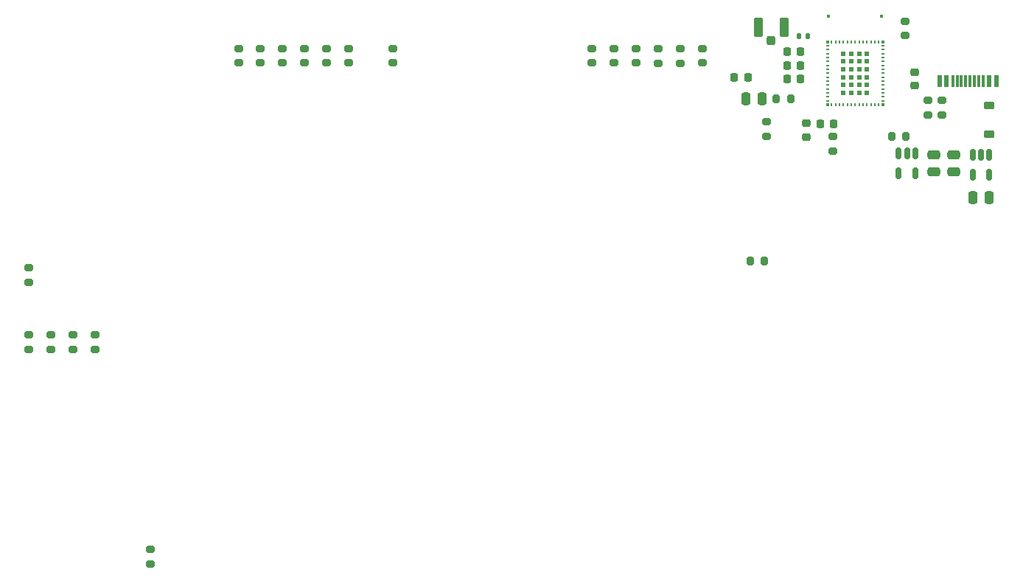
<source format=gbr>
%TF.GenerationSoftware,KiCad,Pcbnew,9.0.6*%
%TF.CreationDate,2025-12-26T21:20:51+11:00*%
%TF.ProjectId,Fipper Zero,46697070-6572-4205-9a65-726f2e6b6963,rev?*%
%TF.SameCoordinates,Original*%
%TF.FileFunction,Paste,Top*%
%TF.FilePolarity,Positive*%
%FSLAX46Y46*%
G04 Gerber Fmt 4.6, Leading zero omitted, Abs format (unit mm)*
G04 Created by KiCad (PCBNEW 9.0.6) date 2025-12-26 21:20:51*
%MOMM*%
%LPD*%
G01*
G04 APERTURE LIST*
G04 Aperture macros list*
%AMRoundRect*
0 Rectangle with rounded corners*
0 $1 Rounding radius*
0 $2 $3 $4 $5 $6 $7 $8 $9 X,Y pos of 4 corners*
0 Add a 4 corners polygon primitive as box body*
4,1,4,$2,$3,$4,$5,$6,$7,$8,$9,$2,$3,0*
0 Add four circle primitives for the rounded corners*
1,1,$1+$1,$2,$3*
1,1,$1+$1,$4,$5*
1,1,$1+$1,$6,$7*
1,1,$1+$1,$8,$9*
0 Add four rect primitives between the rounded corners*
20,1,$1+$1,$2,$3,$4,$5,0*
20,1,$1+$1,$4,$5,$6,$7,0*
20,1,$1+$1,$6,$7,$8,$9,0*
20,1,$1+$1,$8,$9,$2,$3,0*%
G04 Aperture macros list end*
%ADD10RoundRect,0.200000X0.275000X-0.200000X0.275000X0.200000X-0.275000X0.200000X-0.275000X-0.200000X0*%
%ADD11RoundRect,0.200000X-0.275000X0.200000X-0.275000X-0.200000X0.275000X-0.200000X0.275000X0.200000X0*%
%ADD12RoundRect,0.225000X-0.225000X-0.250000X0.225000X-0.250000X0.225000X0.250000X-0.225000X0.250000X0*%
%ADD13RoundRect,0.225000X0.225000X0.250000X-0.225000X0.250000X-0.225000X-0.250000X0.225000X-0.250000X0*%
%ADD14RoundRect,0.225000X0.250000X-0.225000X0.250000X0.225000X-0.250000X0.225000X-0.250000X-0.225000X0*%
%ADD15RoundRect,0.135000X0.135000X0.185000X-0.135000X0.185000X-0.135000X-0.185000X0.135000X-0.185000X0*%
%ADD16RoundRect,0.200000X0.200000X0.275000X-0.200000X0.275000X-0.200000X-0.275000X0.200000X-0.275000X0*%
%ADD17RoundRect,0.150000X-0.150000X0.512500X-0.150000X-0.512500X0.150000X-0.512500X0.150000X0.512500X0*%
%ADD18RoundRect,0.250000X0.475000X-0.250000X0.475000X0.250000X-0.475000X0.250000X-0.475000X-0.250000X0*%
%ADD19RoundRect,0.250000X0.250000X-0.275000X0.250000X0.275000X-0.250000X0.275000X-0.250000X-0.275000X0*%
%ADD20RoundRect,0.250000X0.275000X-0.850000X0.275000X0.850000X-0.275000X0.850000X-0.275000X-0.850000X0*%
%ADD21RoundRect,0.250000X0.250000X0.475000X-0.250000X0.475000X-0.250000X-0.475000X0.250000X-0.475000X0*%
%ADD22RoundRect,0.250000X-0.475000X0.250000X-0.475000X-0.250000X0.475000X-0.250000X0.475000X0.250000X0*%
%ADD23R,0.600000X1.450000*%
%ADD24R,0.300000X1.450000*%
%ADD25RoundRect,0.225000X0.375000X-0.225000X0.375000X0.225000X-0.375000X0.225000X-0.375000X-0.225000X0*%
%ADD26RoundRect,0.225000X-0.250000X0.225000X-0.250000X-0.225000X0.250000X-0.225000X0.250000X0.225000X0*%
%ADD27RoundRect,0.200000X-0.200000X-0.275000X0.200000X-0.275000X0.200000X0.275000X-0.200000X0.275000X0*%
%ADD28R,0.300000X0.300000*%
%ADD29R,0.350000X0.250000*%
%ADD30R,0.250000X0.350000*%
%ADD31R,0.600000X0.600000*%
%ADD32R,0.430000X0.430000*%
G04 APERTURE END LIST*
D10*
%TO.C,R17*%
X138730000Y-101045000D03*
X138730000Y-99395000D03*
%TD*%
D11*
%TO.C,RX1*%
X231170000Y-76615000D03*
X231170000Y-78265000D03*
%TD*%
D12*
%TO.C,C4*%
X229650000Y-75130000D03*
X231200000Y-75130000D03*
%TD*%
D13*
%TO.C,C2*%
X227425000Y-70010000D03*
X225875000Y-70010000D03*
%TD*%
D14*
%TO.C,C5*%
X240540000Y-70750000D03*
X240540000Y-69200000D03*
%TD*%
D13*
%TO.C,C7*%
X227425000Y-66900000D03*
X225875000Y-66900000D03*
%TD*%
D15*
%TO.C,R23*%
X228280000Y-65120000D03*
X227260000Y-65120000D03*
%TD*%
D11*
%TO.C,R7*%
X170460000Y-66520000D03*
X170460000Y-68170000D03*
%TD*%
D16*
%TO.C,R22*%
X226300000Y-72290000D03*
X224650000Y-72290000D03*
%TD*%
D10*
%TO.C,R12*%
X206020000Y-68175000D03*
X206020000Y-66525000D03*
%TD*%
D17*
%TO.C,UP2*%
X240600000Y-78575000D03*
X239650000Y-78575000D03*
X238700000Y-78575000D03*
X238700000Y-80850000D03*
X240600000Y-80850000D03*
%TD*%
%TO.C,UP1*%
X249100000Y-78755000D03*
X248150000Y-78755000D03*
X247200000Y-78755000D03*
X247200000Y-81030000D03*
X249100000Y-81030000D03*
%TD*%
D18*
%TO.C,CP3*%
X242725000Y-80650000D03*
X242725000Y-78750000D03*
%TD*%
D19*
%TO.C,J16*%
X224025000Y-65575000D03*
D20*
X222550000Y-64050000D03*
X225500000Y-64050000D03*
%TD*%
D11*
%TO.C,R18*%
X152750000Y-124015000D03*
X152750000Y-125665000D03*
%TD*%
%TO.C,R4*%
X180610000Y-66520000D03*
X180610000Y-68170000D03*
%TD*%
D13*
%TO.C,C6*%
X227425000Y-68450000D03*
X225875000Y-68450000D03*
%TD*%
D11*
%TO.C,RU2*%
X242075000Y-72470000D03*
X242075000Y-74120000D03*
%TD*%
%TO.C,R5*%
X162850000Y-66515000D03*
X162850000Y-68165000D03*
%TD*%
D21*
%TO.C,C8*%
X223040000Y-72290000D03*
X221140000Y-72290000D03*
%TD*%
D11*
%TO.C,R19*%
X223550000Y-74945000D03*
X223550000Y-76595000D03*
%TD*%
D10*
%TO.C,RU1*%
X243675000Y-74125000D03*
X243675000Y-72475000D03*
%TD*%
D22*
%TO.C,CP1*%
X245030000Y-78750000D03*
X245030000Y-80650000D03*
%TD*%
D11*
%TO.C,R6*%
X172980000Y-66520000D03*
X172980000Y-68170000D03*
%TD*%
D10*
%TO.C,R10*%
X216180000Y-68175000D03*
X216180000Y-66525000D03*
%TD*%
%TO.C,R9*%
X213630000Y-68185000D03*
X213630000Y-66535000D03*
%TD*%
%TO.C,R8*%
X211090000Y-68185000D03*
X211090000Y-66535000D03*
%TD*%
%TO.C,R2*%
X165370000Y-68175000D03*
X165370000Y-66525000D03*
%TD*%
%TO.C,R14*%
X146360000Y-101050000D03*
X146360000Y-99400000D03*
%TD*%
D11*
%TO.C,R3*%
X175530000Y-66525000D03*
X175530000Y-68175000D03*
%TD*%
D10*
%TO.C,RX2*%
X239400000Y-65015000D03*
X239400000Y-63365000D03*
%TD*%
%TO.C,R13*%
X167900000Y-68175000D03*
X167900000Y-66525000D03*
%TD*%
D23*
%TO.C,USB1*%
X249900000Y-70225000D03*
X249100000Y-70225000D03*
D24*
X247900000Y-70225000D03*
X246900000Y-70225000D03*
X246400000Y-70225000D03*
X245400000Y-70225000D03*
D23*
X244200000Y-70225000D03*
X243400000Y-70225000D03*
X243400000Y-70225000D03*
X244200000Y-70225000D03*
D24*
X244900000Y-70225000D03*
X245900000Y-70225000D03*
X247400000Y-70225000D03*
X248400000Y-70225000D03*
D23*
X249100000Y-70225000D03*
X249900000Y-70225000D03*
%TD*%
D25*
%TO.C,D1*%
X249100000Y-76305000D03*
X249100000Y-73005000D03*
%TD*%
D10*
%TO.C,R16*%
X141270000Y-101040000D03*
X141270000Y-99390000D03*
%TD*%
%TO.C,R21*%
X138770000Y-93355000D03*
X138770000Y-91705000D03*
%TD*%
%TO.C,R15*%
X143810000Y-101040000D03*
X143810000Y-99390000D03*
%TD*%
D26*
%TO.C,C3*%
X228100000Y-75105000D03*
X228100000Y-76655000D03*
%TD*%
D13*
%TO.C,C1*%
X221370000Y-69800000D03*
X219820000Y-69800000D03*
%TD*%
D27*
%TO.C,RP1*%
X237875000Y-76625000D03*
X239525000Y-76625000D03*
%TD*%
D16*
%TO.C,R20*%
X223275000Y-90930000D03*
X221625000Y-90930000D03*
%TD*%
D28*
%TO.C,U1*%
X230520000Y-65730000D03*
D29*
X230520000Y-66200000D03*
X230520000Y-66650000D03*
X230520000Y-67100000D03*
X230520000Y-67550000D03*
X230520000Y-68000000D03*
X230520000Y-68450000D03*
X230520000Y-68900000D03*
X230520000Y-69350000D03*
X230520000Y-69800000D03*
X230520000Y-70250000D03*
X230520000Y-70700000D03*
X230520000Y-71150000D03*
X230520000Y-71600000D03*
X230520000Y-72050000D03*
X230520000Y-72500000D03*
D28*
X230520000Y-72980000D03*
D30*
X231000000Y-72980000D03*
X231450000Y-72980000D03*
X231900000Y-72980000D03*
X232350000Y-72980000D03*
X232800000Y-72980000D03*
X233250000Y-72980000D03*
X233700000Y-72980000D03*
X234150000Y-72980000D03*
X234600000Y-72980000D03*
X235050000Y-72980000D03*
X235500000Y-72980000D03*
X235950000Y-72980000D03*
X236400000Y-72980000D03*
D28*
X236870000Y-72980000D03*
D29*
X236870000Y-72500000D03*
X236870000Y-72050000D03*
X236870000Y-71600000D03*
X236870000Y-71150000D03*
X236870000Y-70700000D03*
X236870000Y-70250000D03*
X236870000Y-69800000D03*
X236870000Y-69350000D03*
X236870000Y-68900000D03*
X236870000Y-68450000D03*
X236870000Y-68000000D03*
X236870000Y-67550000D03*
X236870000Y-67100000D03*
X236870000Y-66650000D03*
X236870000Y-66200000D03*
D28*
X236870000Y-65730000D03*
D30*
X236400000Y-65730000D03*
X235950000Y-65730000D03*
X235500000Y-65730000D03*
X235050000Y-65730000D03*
X234600000Y-65730000D03*
X234150000Y-65730000D03*
X233700000Y-65730000D03*
X233250000Y-65730000D03*
X232800000Y-65730000D03*
X232350000Y-65730000D03*
X231900000Y-65730000D03*
X231450000Y-65730000D03*
X231000000Y-65730000D03*
D31*
X232350000Y-67100000D03*
X232350000Y-68000000D03*
X232350000Y-68900000D03*
X232350000Y-69800000D03*
X232350000Y-70700000D03*
X232350000Y-71600000D03*
X233250000Y-71600000D03*
X234150000Y-71600000D03*
X235050000Y-71600000D03*
X235050000Y-70700000D03*
X235050000Y-69800000D03*
X235050000Y-68900000D03*
X235050000Y-68000000D03*
X235050000Y-67100000D03*
X234150000Y-67100000D03*
X233250000Y-67100000D03*
X233250000Y-68000000D03*
X233250000Y-68900000D03*
X233250000Y-69800000D03*
X233250000Y-70700000D03*
X234150000Y-70700000D03*
X234150000Y-69800000D03*
X234150000Y-68900000D03*
X234150000Y-68000000D03*
D32*
X230650000Y-62760000D03*
X236750000Y-62760000D03*
%TD*%
D10*
%TO.C,R11*%
X208560000Y-68175000D03*
X208560000Y-66525000D03*
%TD*%
%TO.C,R1*%
X203480000Y-68175000D03*
X203480000Y-66525000D03*
%TD*%
D21*
%TO.C,CP2*%
X249100000Y-83605000D03*
X247200000Y-83605000D03*
%TD*%
M02*

</source>
